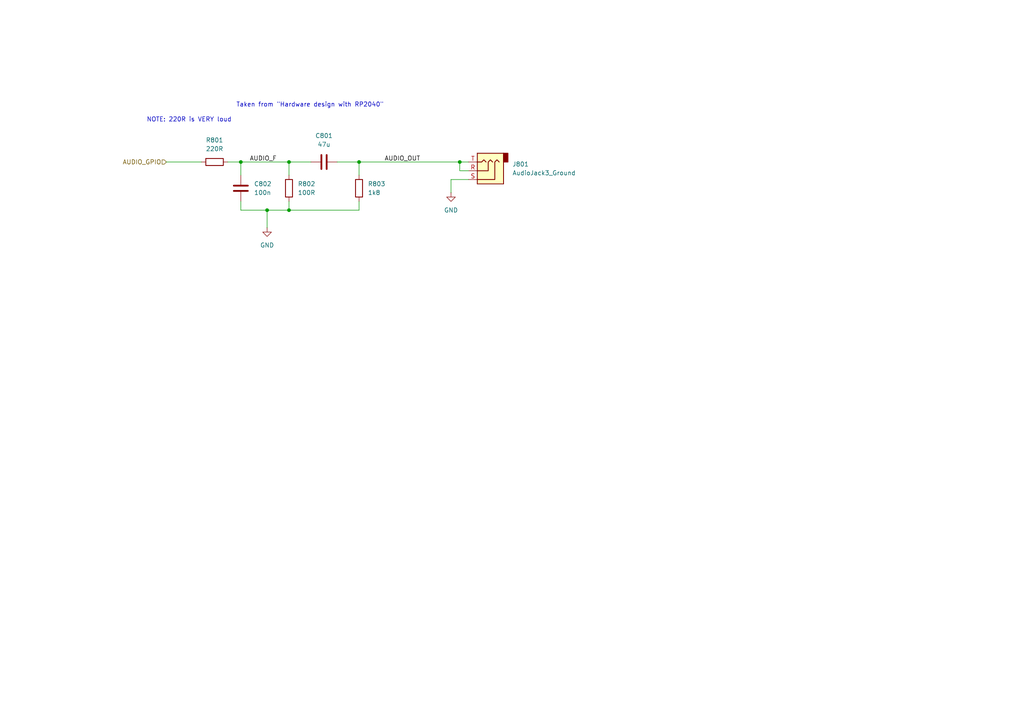
<source format=kicad_sch>
(kicad_sch (version 20231120) (generator "eeschema") (generator_version "8.0")
  (paper "A4")
  (lib_symbols
    (symbol "Connector_Audio:AudioJack3"
      (property "Reference" "J" (at 0 8.89 0))
      (property "Value" "AudioJack3" (at 0 6.35 0))
      (symbol "AudioJack3_0_1"
        (rectangle (start -5.08 -5.08) (end -6.35 -2.54) (stroke (width 0.254)) (fill (type outline)))
        (polyline (pts (xy 0 -2.54) (xy 0.635 -3.175) (xy 1.27 -2.54) (xy 2.54 -2.54)) (stroke (width 0.254)))
        (polyline (pts (xy -1.905 -2.54) (xy -1.27 -3.175) (xy -0.635 -2.54) (xy -0.635 0) (xy 2.54 0)) (stroke (width 0.254)))
        (polyline (pts (xy 2.54 2.54) (xy -2.54 2.54) (xy -2.54 -2.54) (xy -3.175 -3.175) (xy -3.81 -2.54)) (stroke (width 0.254)))
        (rectangle (start 2.54 3.81) (end -5.08 -5.08) (stroke (width 0.254)) (fill (type background)))
      )
      (symbol "AudioJack3_1_1"
        (pin passive line (at 5.08 0 180) (length 2.54) (name "~") (number "R"))
        (pin passive line (at 5.08 2.54 180) (length 2.54) (name "~") (number "S"))
        (pin passive line (at 5.08 -2.54 180) (length 2.54) (name "~") (number "T"))
      )
    )
    (symbol "Device:C" (pin_numbers hide) (pin_names (offset 0.254))
      (property "Reference" "C" (at 0.635 2.54 0))
      (property "Value" "C" (at 0.635 -2.54 0))
      (symbol "C_0_1"
        (polyline (pts (xy -2.032 -0.762) (xy 2.032 -0.762)) (stroke (width 0.508)))
        (polyline (pts (xy -2.032 0.762) (xy 2.032 0.762)) (stroke (width 0.508)))
      )
      (symbol "C_1_1"
        (pin passive line (at 0 3.81 270) (length 2.794) (name "~") (number "1"))
        (pin passive line (at 0 -3.81 90) (length 2.794) (name "~") (number "2"))
      )
    )
    (symbol "Device:R" (pin_numbers hide) (pin_names (offset 0))
      (property "Reference" "R" (at 2.032 0 90))
      (property "Value" "R" (at 0 0 90))
      (symbol "R_0_1"
        (rectangle (start -1.016 -2.54) (end 1.016 2.54) (stroke (width 0.254)))
      )
      (symbol "R_1_1"
        (pin passive line (at 0 3.81 270) (length 1.27) (name "~") (number "1"))
        (pin passive line (at 0 -3.81 90) (length 1.27) (name "~") (number "2"))
      )
    )
    (symbol "power:GND" (power) (pin_numbers hide) (pin_names (offset 0) hide)
      (property "Value" "GND" (at 0 -3.81 0))
      (symbol "GND_0_1"
        (polyline (pts (xy 0 0) (xy 0 -1.27) (xy 1.27 -1.27) (xy 0 -2.54) (xy -1.27 -1.27) (xy 0 -1.27)))
      )
      (symbol "GND_1_1"
        (pin power_in line (at 0 0 270) (length 0) (name "~") (number "1"))
      )
    )
  )
  (junction (at 83.82 60.96))
  (junction (at 83.82 46.99))
  (junction (at 69.85 46.99))
  (junction (at 104.14 46.99))
  (junction (at 77.47 60.96))
  (junction (at 133.35 46.99))
  (wire (pts (xy 48.26 46.99) (xy 58.42 46.99)))
  (wire (pts (xy 83.82 60.96) (xy 104.14 60.96)))
  (wire (pts (xy 133.35 46.99) (xy 135.89 46.99)))
  (wire (pts (xy 83.82 58.42) (xy 83.82 60.96)))
  (wire (pts (xy 83.82 46.99) (xy 83.82 50.8)))
  (wire (pts (xy 77.47 66.04) (xy 77.47 60.96)))
  (wire (pts (xy 69.85 46.99) (xy 83.82 46.99)))
  (wire (pts (xy 69.85 46.99) (xy 69.85 50.8)))
  (wire (pts (xy 130.81 52.07) (xy 130.81 55.88)))
  (wire (pts (xy 135.89 49.53) (xy 133.35 49.53)))
  (wire (pts (xy 135.89 52.07) (xy 130.81 52.07)))
  (wire (pts (xy 66.04 46.99) (xy 69.85 46.99)))
  (wire (pts (xy 104.14 60.96) (xy 104.14 58.42)))
  (wire (pts (xy 104.14 46.99) (xy 104.14 50.8)))
  (wire (pts (xy 83.82 46.99) (xy 90.17 46.99)))
  (wire (pts (xy 69.85 58.42) (xy 69.85 60.96)))
  (wire (pts (xy 97.79 46.99) (xy 104.14 46.99)))
  (wire (pts (xy 69.85 60.96) (xy 77.47 60.96)))
  (wire (pts (xy 133.35 49.53) (xy 133.35 46.99)))
  (wire (pts (xy 104.14 46.99) (xy 133.35 46.99)))
  (wire (pts (xy 77.47 60.96) (xy 83.82 60.96)))
  (text "NOTE: 220R is VERY loud" (at 54.864 34.798 0) (effects (font (size 1.27 1.27))))
  (text "Taken from \"Hardware design with RP2040\"" (at 89.916 30.48 0) (effects (font (size 1.27 1.27))))
  (label "AUDIO_F" (at 72.39 46.99 0))
  (label "AUDIO_OUT" (at 121.92 46.99 180))
  (hierarchical_label "AUDIO_GPIO" (shape input) (at 48.26 46.99 180))
  (symbol (lib_id "Device:C") (at 93.98 46.99 90) (unit 1)
    (property "Reference" "C801" (at 93.98 39.37 90))
    (property "Value" "47u" (at 93.98 41.91 90))
    (property "Footprint" "Capacitor_SMD:C_0805_2012Metric" (effects (hide yes)))
    (property "Description" "Unpolarized capacitor" (effects (hide yes)))
    (property "LCSC" "C16780" (effects (hide yes)))
  )
  (symbol (lib_id "Connector_Audio:AudioJack3") (at 140.97 49.53 180) (unit 1) (in_bom no)
    (property "Reference" "J801" (at 148.59 47.6249 0) (effects (justify right)))
    (property "Value" "AudioJack3_Ground" (at 148.59 50.1649 0) (effects (justify right)))
    (property "Footprint" "led-matrix:3.5mm-audio-jack" (effects (hide yes)))
    (property "Description" "Audio Jack, 3 Poles (Stereo / TRS)" (effects (hide yes)))
  )
  (symbol (lib_id "power:GND") (at 77.47 66.04 0) (unit 1)
    (property "Reference" "#PWR0802" (effects (hide yes)))
    (property "Value" "GND" (at 77.47 71.12 0))
    (property "Description" "Power symbol creates a global label with name \"GND\" , ground" (effects (hide yes)))
  )
  (symbol (lib_id "Device:R") (at 83.82 54.61 180) (unit 1)
    (property "Reference" "R802" (at 86.36 53.3399 0) (effects (justify right)))
    (property "Value" "100R" (at 86.36 55.8799 0) (effects (justify right)))
    (property "Footprint" "Resistor_SMD:R_0402_1005Metric" (effects (hide yes)))
    (property "Description" "Resistor" (effects (hide yes)))
    (property "LCSC" "C25076" (effects (hide yes)))
  )
  (symbol (lib_id "Device:R") (at 104.14 54.61 180) (unit 1)
    (property "Reference" "R803" (at 106.68 53.3399 0) (effects (justify right)))
    (property "Value" "1k8" (at 106.68 55.8799 0) (effects (justify right)))
    (property "Footprint" "Resistor_SMD:R_0603_1608Metric" (effects (hide yes)))
    (property "Description" "Resistor" (effects (hide yes)))
    (property "LCSC" "C4177" (effects (hide yes)))
  )
  (symbol (lib_id "Device:C") (at 69.85 54.61 0) (unit 1)
    (property "Reference" "C802" (at 73.66 53.3399 0) (effects (justify left)))
    (property "Value" "100n" (at 73.66 55.8799 0) (effects (justify left)))
    (property "Footprint" "Capacitor_SMD:C_0402_1005Metric" (effects (hide yes)))
    (property "Description" "Unpolarized capacitor" (effects (hide yes)))
    (property "LCSC" "C1525" (effects (hide yes)))
  )
  (symbol (lib_id "Device:R") (at 62.23 46.99 90) (mirror x) (unit 1)
    (property "Reference" "R801" (at 62.23 40.64 90))
    (property "Value" "220R" (at 62.23 43.18 90))
    (property "Footprint" "Resistor_SMD:R_0603_1608Metric" (effects (hide yes)))
    (property "Description" "Resistor" (effects (hide yes)))
    (property "LCSC" "C22962" (effects (hide yes)))
  )
  (symbol (lib_id "power:GND") (at 130.81 55.88 0) (unit 1)
    (property "Reference" "#PWR0801" (effects (hide yes)))
    (property "Value" "GND" (at 130.81 60.96 0))
    (property "Description" "Power symbol creates a global label with name \"GND\" , ground" (effects (hide yes)))
  )
)
</source>
